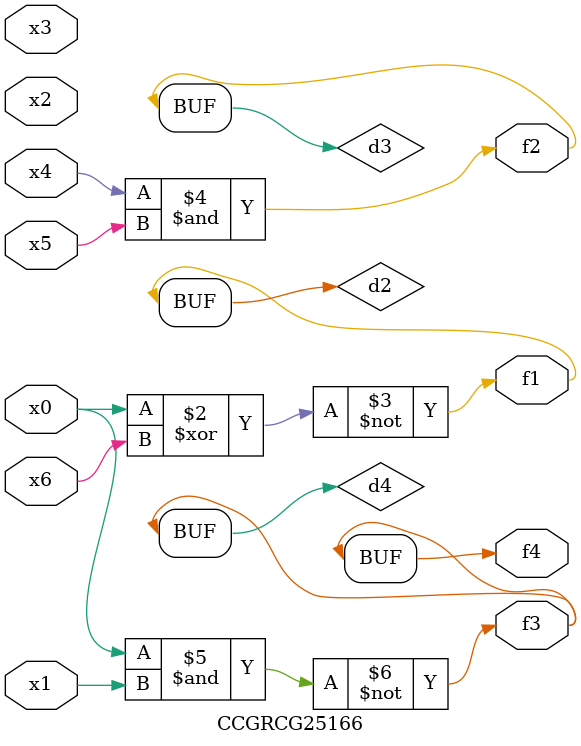
<source format=v>
module CCGRCG25166(
	input x0, x1, x2, x3, x4, x5, x6,
	output f1, f2, f3, f4
);

	wire d1, d2, d3, d4;

	nor (d1, x0);
	xnor (d2, x0, x6);
	and (d3, x4, x5);
	nand (d4, x0, x1);
	assign f1 = d2;
	assign f2 = d3;
	assign f3 = d4;
	assign f4 = d4;
endmodule

</source>
